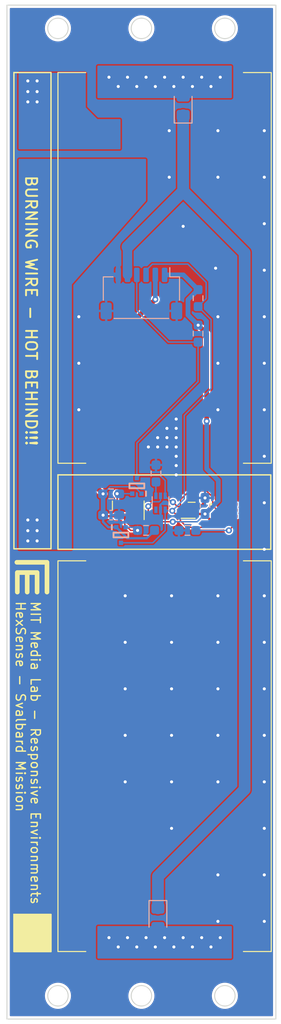
<source format=kicad_pcb>
(kicad_pcb (version 20221018) (generator pcbnew)
  (layers (0 "F.Cu" signal) (31 "B.Cu" signal) (34 "B.Paste" user) (35 "F.Paste" user) (36 "B.SilkS" user "B.Silkscreen") (37 "F.SilkS" user "F.Silkscreen") (38 "B.Mask" user) (39 "F.Mask" user) (44 "Edge.Cuts" user))
  (net 0 "")
  (net 1 "+3V3")
  (net 2 "GND")
  (net 3 "/SDA_1.8")
  (net 4 "/SCL_1.8")
  (net 5 "Net-(U2-ADD0)")
  (net 6 "+1V8")
  (net 7 "/SC")
  (net 8 "/SDA")
  (net 9 "/SCL")
  (net 14 "Net-(D1-A)")
  (net 15 "Net-(D2-A)")
  (net 16 "Net-(IC1-ADDR)")
  (net 18 "/BW+")
  (net 19 "/BW-")
  (footprint "Mylib:1_pin_SMD_1.5mmx1.0mm" (layer "F.Cu") (at 139.97 48.493022)
    (fp_text reference "J1" hide)
    (fp_text value "1_PIN")
    (pad "1" smd rect (at 0 2) (size 2 3) (layers "F.Cu" "F.Paste" "F.Mask") (net 18 "/BW+"))
  )
  (footprint "Mylib:1_pin_SMD_1.5mmx1.0mm" (layer "F.Cu") (at 139.97 95.718022)
    (fp_text reference "J2" hide)
    (fp_text value "1_PIN")
    (pad "1" smd rect (at 0 2) (size 2 3) (layers "F.Cu" "F.Paste" "F.Mask") (net 19 "/BW-"))
  )
  (footprint "Mylib:KXOB201K04F-TR" (layer "F.Cu") (at 154.22 131.958022 180)
    (fp_text reference "SC2" hide)
    (fp_text value "Solar_Cell")
    (fp_line (start -11.5 -11) (end -11.5 31) (stroke (width 0.12)) (layer "F.SilkS"))
    (fp_line (start -11.5 -11) (end -8.5 -11) (stroke (width 0.12)) (layer "F.SilkS"))
    (fp_line (start -11.5 31) (end -8.5 31) (stroke (width 0.12)) (layer "F.SilkS"))
    (fp_line (start 8.5 -11) (end 11.5 -11) (stroke (width 0.12)) (layer "F.SilkS"))
    (fp_line (start 11.5 -11) (end 11.5 31) (stroke (width 0.12)) (layer "F.SilkS"))
    (fp_line (start 11.5 31) (end 8.5 31) (stroke (width 0.12)) (layer "F.SilkS"))
    (pad "1" smd rect (at 0 -10 180) (size 14 3) (layers "F.Cu" "F.Paste" "F.Mask") (net 15 "Net-(D2-A)"))
    (pad "2" smd rect (at 0 30 180) (size 14 3) (layers "F.Cu" "F.Paste" "F.Mask") (net 2 "GND"))
  )
  (footprint "Package_LGA:AMS_OLGA-8_2x3.1mm_P0.8mm" (layer "F.Cu") (at 150.3025 95.523022 90)
    (fp_text reference "U1" hide)
    (fp_text value "AS7341DLG")
    (fp_line (start -1 1.71) (end 1 1.71) (stroke (width 0.12)) (layer "F.SilkS"))
    (fp_line (start 0 -1.71) (end 1 -1.71) (stroke (width 0.12)) (layer "F.SilkS"))
    (pad "1" smd roundrect (at -0.638 -1.2 90) (size 0.575 0.488) (layers "F.Cu" "F.Paste" "F.Mask") (roundrect_rratio 0) (chamfer_ratio 0.3625) (chamfer bottom_right) (net 6 "+1V8"))
    (pad "2" smd rect (at -0.638 -0.4 90) (size 0.575 0.488) (layers "F.Cu" "F.Paste" "F.Mask") (net 4 "/SCL_1.8"))
    (pad "3" smd rect (at -0.638 0.4 90) (size 0.575 0.488) (layers "F.Cu" "F.Paste" "F.Mask") (net 2 "GND"))
    (pad "4" smd rect (at -0.638 1.2 90) (size 0.575 0.488) (layers "F.Cu" "F.Paste" "F.Mask"))
    (pad "5" smd rect (at 0.638 1.2 90) (size 0.575 0.488) (layers "F.Cu" "F.Paste" "F.Mask") (net 2 "GND"))
    (pad "6" smd rect (at 0.638 0.4 90) (size 0.575 0.488) (layers "F.Cu" "F.Paste" "F.Mask"))
    (pad "7" smd rect (at 0.638 -0.4 90) (size 0.575 0.488) (layers "F.Cu" "F.Paste" "F.Mask"))
    (pad "8" smd rect (at 0.638 -1.2 90) (size 0.575 0.488) (layers "F.Cu" "F.Paste" "F.Mask") (net 3 "/SDA_1.8"))
  )
  (footprint "Mylib:KXOB201K04F-TR" (layer "F.Cu") (at 154.22 59.468022)
    (fp_text reference "SC1" hide)
    (fp_text value "Solar_Cell")
    (fp_line (start -11.5 -11) (end -11.5 31) (stroke (width 0.12)) (layer "F.SilkS"))
    (fp_line (start -11.5 -11) (end -8.5 -11) (stroke (width 0.12)) (layer "F.SilkS"))
    (fp_line (start -11.5 31) (end -8.5 31) (stroke (width 0.12)) (layer "F.SilkS"))
    (fp_line (start 8.5 -11) (end 11.5 -11) (stroke (width 0.12)) (layer "F.SilkS"))
    (fp_line (start 11.5 -11) (end 11.5 31) (stroke (width 0.12)) (layer "F.SilkS"))
    (fp_line (start 11.5 31) (end 8.5 31) (stroke (width 0.12)) (layer "F.SilkS"))
    (pad "1" smd rect (at 0 -10) (size 14 3) (layers "F.Cu" "F.Paste" "F.Mask") (net 14 "Net-(D1-A)"))
    (pad "2" smd rect (at 0 30) (size 14 3) (layers "F.Cu" "F.Paste" "F.Mask") (net 2 "GND"))
  )
  (footprint "Sensor_Humidity:Sensirion_DFN-4_1.5x1.5mm_P0.8mm_SHT4x_NoCentralPad" (layer "F.Cu") (at 156.76 95.523022)
    (fp_text reference "U3" hide)
    (fp_text value "SHT4x")
    (fp_line (start -0.75 0.86) (end 0.75 0.86) (stroke (width 0.12)) (layer "F.SilkS"))
    (fp_line (start 0 -0.86) (end 0.75 -0.86) (stroke (width 0.12)) (layer "F.SilkS"))
    (pad "1" smd rect (at -0.7 -0.4) (size 0.5 0.3) (layers "F.Cu" "F.Paste" "F.Mask") (net 8 "/SDA"))
    (pad "2" smd rect (at -0.7 0.4) (size 0.5 0.3) (layers "F.Cu" "F.Paste" "F.Mask") (net 9 "/SCL"))
    (pad "3" smd rect (at 0.7 0.4) (size 0.5 0.3) (layers "F.Cu" "F.Paste" "F.Mask") (net 1 "+3V3"))
    (pad "4" smd rect (at 0.7 -0.4) (size 0.5 0.3) (layers "F.Cu" "F.Paste" "F.Mask") (net 2 "GND"))
    (zone (net 0) (net_name "") (layer "F.Cu") (connect_pads (clearance 0)) (min_thickness 0.254)
      (keepout (tracks not_allowed) (vias not_allowed) (pads allowed) (copperpour not_allowed) (footprints allowed))
      (fill (thermal_gap 0.508) (thermal_bridge_width 0.508))
      (polygon (pts (xy 157.51 94.973022) (xy 157.21 94.973022) (xy 157.21 95.273022) (xy 157.51 95.273022) (xy 157.51 95.773022) (xy 157.21 95.773022) (xy 157.21 96.073022) (xy 157.51 96.073022) (xy 157.51 96.273022) (xy 156.01 96.273022) (xy 156.01 96.073022) (xy 156.31 96.073022) (xy 156.31 95.773022) (xy 156.01 95.773022) (xy 156.01 95.273022) (xy 156.31 95.273022) (xy 156.31 94.973022) (xy 156.01 94.973022) (xy 156.01 94.773022) (xy 157.51 94.773022)))
    )
  )
  (footprint "SamacSys_Parts:VEML6030GS15" (layer "F.Cu") (at 160.945 95.523022)
    (fp_text reference "IC1" hide)
    (fp_text value "VEML6030-GS15" hide)
    (fp_line (start -1.8 -0.65) (end -1.8 -0.65) (stroke (width 0.2)) (layer "F.SilkS"))
    (fp_line (start -1.8 -0.65) (end -1.8 -0.65) (stroke (width 0.2)) (layer "F.SilkS"))
    (fp_line (start -1.7 -0.65) (end -1.7 -0.65) (stroke (width 0.2)) (layer "F.SilkS"))
    (fp_arc (start -1.8 -0.65) (mid -1.75 -0.7) (end -1.7 -0.65) (stroke (width 0.2)) (layer "F.SilkS"))
    (fp_arc (start -1.7 -0.65) (mid -1.75 -0.6) (end -1.8 -0.65) (stroke (width 0.2)) (layer "F.SilkS"))
    (fp_arc (start -1.7 -0.65) (mid -1.75 -0.6) (end -1.8 -0.65) (stroke (width 0.2)) (layer "F.SilkS"))
    (pad "1" smd rect (at -0.875 -0.65 90) (size 0.3 0.55) (layers "F.Cu" "F.Paste" "F.Mask") (net 2 "GND"))
    (pad "2" smd rect (at -0.875 0 90) (size 0.3 0.55) (layers "F.Cu" "F.Paste" "F.Mask") (net 8 "/SDA"))
    (pad "3" smd rect (at -0.875 0.65 90) (size 0.3 0.55) (layers "F.Cu" "F.Paste" "F.Mask"))
    (pad "4" smd rect (at 0.875 0.65 90) (size 0.3 0.55) (layers "F.Cu" "F.Paste" "F.Mask") (net 16 "Net-(IC1-ADDR)"))
    (pad "5" smd rect (at 0.875 0 90) (size 0.3 0.55) (layers "F.Cu" "F.Paste" "F.Mask") (net 9 "/SCL"))
    (pad "6" smd rect (at 0.875 -0.65 90) (size 0.3 0.55) (layers "F.Cu" "F.Paste" "F.Mask") (net 1 "+3V3"))
  )
  (footprint "Resistor_SMD:R_0603_1608Metric_Pad0.98x0.95mm_HandSolder" (layer "B.Cu") (at 156.68 97.688022)
    (fp_text reference "R5" hide)
    (fp_text value "4.7k")
    (fp_line (start -0.254724 -0.5225) (end 0.254724 -0.5225) (stroke (width 0.12)) (layer "B.SilkS"))
    (fp_line (start -0.254724 0.5225) (end 0.254724 0.5225) (stroke (width 0.12)) (layer "B.SilkS"))
    (pad "1" smd roundrect (at -0.9125 0) (size 0.975 0.95) (layers "B.Cu" "B.Paste" "B.Mask") (net 2 "GND"))
    (pad "2" smd roundrect (at 0.9125 0) (size 0.975 0.95) (layers "B.Cu" "B.Paste" "B.Mask") (net 16 "Net-(IC1-ADDR)"))
  )
  (footprint "Resistor_SMD:R_0603_1608Metric_Pad0.98x0.95mm_HandSolder" (layer "B.Cu") (at 148.45 93.758022 180)
    (fp_text reference "R11" hide)
    (fp_text value "4.7k")
    (fp_line (start -0.254724 -0.5225) (end 0.254724 -0.5225) (stroke (width 0.12)) (layer "B.SilkS"))
    (fp_line (start -0.254724 0.5225) (end 0.254724 0.5225) (stroke (width 0.12)) (layer "B.SilkS"))
    (pad "1" smd roundrect (at -0.9125 0 180) (size 0.975 0.95) (layers "B.Cu" "B.Paste" "B.Mask") (net 3 "/SDA_1.8"))
    (pad "2" smd roundrect (at 0.9125 0 180) (size 0.975 0.95) (layers "B.Cu" "B.Paste" "B.Mask") (net 6 "+1V8"))
  )
  (footprint "Resistor_SMD:R_0603_1608Metric_Pad0.98x0.95mm_HandSolder" (layer "B.Cu") (at 157.83 72.718022 90)
    (fp_text reference "R2" hide)
    (fp_text value "4.7k")
    (fp_line (start -0.254724 -0.5225) (end 0.254724 -0.5225) (stroke (width 0.12)) (layer "B.SilkS"))
    (fp_line (start -0.254724 0.5225) (end 0.254724 0.5225) (stroke (width 0.12)) (layer "B.SilkS"))
    (pad "1" smd roundrect (at -0.9125 0 90) (size 0.975 0.95) (layers "B.Cu" "B.Paste" "B.Mask") (net 9 "/SCL"))
    (pad "2" smd roundrect (at 0.9125 0 90) (size 0.975 0.95) (layers "B.Cu" "B.Paste" "B.Mask") (net 1 "+3V3"))
  )
  (footprint "SamacSys_Parts:SOTFL50P160X60-3N" (layer "B.Cu") (at 149.51 98.183022 -90)
    (fp_text reference "Q2" hide)
    (fp_text value "PJE8408_R1_00001" hide)
    (fp_line (start -1.075 0.98) (end -0.6 0.98) (stroke (width 0.2)) (layer "B.SilkS"))
    (fp_line (start -0.25 -0.8) (end -0.25 0.8) (stroke (width 0.2)) (layer "B.SilkS"))
    (fp_line (start -0.25 0.8) (end 0.25 0.8) (stroke (width 0.2)) (layer "B.SilkS"))
    (fp_line (start 0.25 -0.8) (end -0.25 -0.8) (stroke (width 0.2)) (layer "B.SilkS"))
    (fp_line (start 0.25 0.8) (end 0.25 -0.8) (stroke (width 0.2)) (layer "B.SilkS"))
    (pad "1" smd rect (at -0.838 0.5 180) (size 0.46 0.475) (layers "B.Cu" "B.Paste" "B.Mask") (net 6 "+1V8"))
    (pad "2" smd rect (at -0.838 -0.5 180) (size 0.46 0.475) (layers "B.Cu" "B.Paste" "B.Mask") (net 4 "/SCL_1.8"))
    (pad "3" smd rect (at 0.838 0 180) (size 0.46 0.475) (layers "B.Cu" "B.Paste" "B.Mask") (net 9 "/SCL"))
  )
  (footprint "Resistor_SMD:R_0603_1608Metric_Pad0.98x0.95mm_HandSolder" (layer "B.Cu") (at 153.29 91.568022 90)
    (fp_text reference "R4" hide)
    (fp_text value "4.7k")
    (fp_line (start -0.254724 -0.5225) (end 0.254724 -0.5225) (stroke (width 0.12)) (layer "B.SilkS"))
    (fp_line (start -0.254724 0.5225) (end 0.254724 0.5225) (stroke (width 0.12)) (layer "B.SilkS"))
    (pad "1" smd roundrect (at -0.9125 0 90) (size 0.975 0.95) (layers "B.Cu" "B.Paste" "B.Mask") (net 5 "Net-(U2-ADD0)"))
    (pad "2" smd roundrect (at 0.9125 0 90) (size 0.975 0.95) (layers "B.Cu" "B.Paste" "B.Mask") (net 2 "GND"))
  )
  (footprint "Capacitor_SMD:C_0603_1608Metric_Pad1.08x0.95mm_HandSolder" (layer "B.Cu") (at 148.45 96.048022)
    (fp_text reference "C2" hide)
    (fp_text value "0.1uF")
    (fp_line (start -0.146267 -0.51) (end 0.146267 -0.51) (stroke (width 0.12)) (layer "B.SilkS"))
    (fp_line (start -0.146267 0.51) (end 0.146267 0.51) (stroke (width 0.12)) (layer "B.SilkS"))
    (pad "1" smd roundrect (at -0.8625 0) (size 1.075 0.95) (layers "B.Cu" "B.Paste" "B.Mask") (net 6 "+1V8"))
    (pad "2" smd roundrect (at 0.8625 0) (size 1.075 0.95) (layers "B.Cu" "B.Paste" "B.Mask") (net 2 "GND"))
  )
  (footprint "Resistor_SMD:R_0603_1608Metric_Pad0.98x0.95mm_HandSolder" (layer "B.Cu") (at 157.83 76.528022 90)
    (fp_text reference "R3" hide)
    (fp_text value "4.7k")
    (fp_line (start -0.254724 -0.5225) (end 0.254724 -0.5225) (stroke (width 0.12)) (layer "B.SilkS"))
    (fp_line (start -0.254724 0.5225) (end 0.254724 0.5225) (stroke (width 0.12)) (layer "B.SilkS"))
    (pad "1" smd roundrect (at -0.9125 0 90) (size 0.975 0.95) (layers "B.Cu" "B.Paste" "B.Mask") (net 8 "/SDA"))
    (pad "2" smd roundrect (at 0.9125 0 90) (size 0.975 0.95) (layers "B.Cu" "B.Paste" "B.Mask") (net 1 "+3V3"))
  )
  (footprint "Diode_SMD:D_0805_2012Metric_Pad1.15x1.40mm_HandSolder" (layer "B.Cu") (at 156.22 52.035522 90)
    (fp_text reference "D1" hide)
    (fp_text value "D_Schottky")
    (fp_line (start -1.86 -0.96) (end 1 -0.96) (stroke (width 0.12)) (layer "B.SilkS"))
    (fp_line (start -1.86 0.96) (end -1.86 -0.96) (stroke (width 0.12)) (layer "B.SilkS"))
    (fp_line (start 1 0.96) (end -1.86 0.96) (stroke (width 0.12)) (layer "B.SilkS"))
    (pad "1" smd roundrect (at -1.025 0 90) (size 1.15 1.4) (layers "B.Cu" "B.Paste" "B.Mask") (roundrect_rratio 0.2173913043) (net 7 "/SC"))
    (pad "2" smd roundrect (at 1.025 0 90) (size 1.15 1.4) (layers "B.Cu" "B.Paste" "B.Mask") (roundrect_rratio 0.2173913043) (net 14 "Net-(D1-A)"))
  )
  (footprint "Package_TO_SOT_SMD:SOT-563" (layer "B.Cu") (at 153.78 94.718022 90)
    (fp_text reference "U2" hide)
    (fp_text value "TMP112xxDRL")
    (fp_line (start -0.9 0.9) (end 0.65 0.9) (stroke (width 0.12)) (layer "B.SilkS"))
    (fp_line (start 0.65 -0.9) (end -0.65 -0.9) (stroke (width 0.12)) (layer "B.SilkS"))
    (pad "1" smd rect (at -0.75 0.5 90) (size 0.7 0.34) (layers "B.Cu" "B.Paste" "B.Mask") (net 9 "/SCL"))
    (pad "2" smd rect (at -0.75 0 90) (size 0.7 0.34) (layers "B.Cu" "B.Paste" "B.Mask") (net 2 "GND"))
    (pad "3" smd rect (at -0.75 -0.5 90) (size 0.7 0.34) (layers "B.Cu" "B.Paste" "B.Mask"))
    (pad "4" smd rect (at 0.75 -0.5 90) (size 0.7 0.34) (layers "B.Cu" "B.Paste" "B.Mask") (net 5 "Net-(U2-ADD0)"))
    (pad "5" smd rect (at 0.75 0 90) (size 0.7 0.34) (layers "B.Cu" "B.Paste" "B.Mask") (net 1 "+3V3"))
    (pad "6" smd rect (at 0.75 0.5 90) (size 0.7 0.34) (layers "B.Cu" "B.Paste" "B.Mask") (net 8 "/SDA"))
  )
  (footprint "SamacSys_Parts:SOTFL50P160X60-3N" (layer "B.Cu") (at 151.23 92.900022 90)
    (fp_text reference "Q1" hide)
    (fp_text value "PJE8408_R1_00001" hide)
    (fp_line (start -1.075 0.98) (end -0.6 0.98) (stroke (width 0.2)) (layer "B.SilkS"))
    (fp_line (start -0.25 -0.8) (end -0.25 0.8) (stroke (width 0.2)) (layer "B.SilkS"))
    (fp_line (start -0.25 0.8) (end 0.25 0.8) (stroke (width 0.2)) (layer "B.SilkS"))
    (fp_line (start 0.25 -0.8) (end -0.25 -0.8) (stroke (width 0.2)) (layer "B.SilkS"))
    (fp_line (start 0.25 0.8) (end 0.25 -0.8) (stroke (width 0.2)) (layer "B.SilkS"))
    (pad "1" smd rect (at -0.838 0.5) (size 0.46 0.475) (layers "B.Cu" "B.Paste" "B.Mask") (net 6 "+1V8"))
    (pad "2" smd rect (at -0.838 -0.5) (size 0.46 0.475) (layers "B.Cu" "B.Paste" "B.Mask") (net 3 "/SDA_1.8"))
    (pad "3" smd rect (at 0.838 0) (size 0.46 0.475) (layers "B.Cu" "B.Paste" "B.Mask") (net 8 "/SDA"))
  )
  (footprint "Connector_JST:JST_SH_SM06B-SRSS-TB_1x06-1MP_P1.00mm_Horizontal" (layer "B.Cu") (at 151.72 72.218022 180)
    (fp_text reference "J4" hide)
    (fp_text value "SM06B-SRSS-TB(LF)(SN)")
    (fp_line (start -4.11 -0.715) (end -4.11 1.785) (stroke (width 0.12)) (layer "B.SilkS"))
    (fp_line (start -4.11 1.785) (end -3.06 1.785) (stroke (width 0.12)) (layer "B.SilkS"))
    (fp_line (start -3.06 1.785) (end -3.06 2.775) (stroke (width 0.12)) (layer "B.SilkS"))
    (fp_line (start -2.94 -2.685) (end 2.94 -2.685) (stroke (width 0.12)) (layer "B.SilkS"))
    (fp_line (start 4.11 -0.715) (end 4.11 1.785) (stroke (width 0.12)) (layer "B.SilkS"))
    (fp_line (start 4.11 1.785) (end 3.06 1.785) (stroke (width 0.12)) (layer "B.SilkS"))
    (pad "1" smd roundrect (at -2.5 2 180) (size 0.6 1.55) (layers "B.Cu" "B.Paste" "B.Mask") (net 1 "+3V3"))
    (pad "2" smd roundrect (at -1.5 2 180) (size 0.6 1.55) (layers "B.Cu" "B.Paste" "B.Mask") (net 6 "+1V8"))
    (pad "3" smd roundrect (at -0.5 2 180) (size 0.6 1.55) (layers "B.Cu" "B.Paste" "B.Mask") (net 9 "/SCL"))
    (pad "4" smd roundrect (at 0.5 2 180) (size 0.6 1.55) (layers "B.Cu" "B.Paste" "B.Mask") (net 8 "/SDA"))
    (pad "5" smd roundrect (at 1.5 2 180) (size 0.6 1.55) (layers "B.Cu" "B.Paste" "B.Mask") (net 7 "/SC"))
    (pad "6" smd roundrect (at 2.5 2 180) (size 0.6 1.55) (layers "B.Cu" "B.Paste" "B.Mask") (net 2 "GND"))
    (pad "MP" smd roundrect (at -3.8 -1.875 180) (size 1.2 1.8) (layers "B.Cu" "B.Paste" "B.Mask") (roundrect_rratio 0.2083333333) (net 2 "GND"))
    (pad "MP" smd roundrect (at 3.8 -1.875 180) (size 1.2 1.8) (layers "B.Cu" "B.Paste" "B.Mask") (roundrect_rratio 0.2083333333) (net 2 "GND"))
  )
  (footprint "Capacitor_SMD:C_0603_1608Metric_Pad1.08x0.95mm_HandSolder" (layer "B.Cu") (at 158.58 95.058022 90)
    (fp_text reference "C1" hide)
    (fp_text value "0.1uF")
    (fp_line (start -0.146267 -0.51) (end 0.146267 -0.51) (stroke (width 0.12)) (layer "B.SilkS"))
    (fp_line (start -0.146267 0.51) (end 0.146267 0.51) (stroke (width 0.12)) (layer "B.SilkS"))
    (pad "1" smd roundrect (at -0.8625 0 90) (size 1.075 0.95) (layers "B.Cu" "B.Paste" "B.Mask") (net 1 "+3V3"))
    (pad "2" smd roundrect (at 0.8625 0 90) (size 1.075 0.95) (layers "B.Cu" "B.Paste" "B.Mask") (net 2 "GND"))
  )
  (footprint "Diode_SMD:D_0805_2012Metric_Pad1.15x1.40mm_HandSolder" (layer "B.Cu") (at 153.5 139.338022 -90)
    (fp_text reference "D2" hide)
    (fp_text value "D_Schottky")
    (fp_line (start -1.86 -0.96) (end 1 -0.96) (stroke (width 0.12)) (layer "B.SilkS"))
    (fp_line (start -1.86 0.96) (end -1.86 -0.96) (stroke (width 0.12)) (layer "B.SilkS"))
    (fp_line (start 1 0.96) (end -1.86 0.96) (stroke (width 0.12)) (layer "B.SilkS"))
    (pad "1" smd roundrect (at -1.025 0 270) (size 1.15 1.4) (layers "B.Cu" "B.Paste" "B.Mask") (roundrect_rratio 0.2173913043) (net 7 "/SC"))
    (pad "2" smd roundrect (at 1.025 0 270) (size 1.15 1.4) (layers "B.Cu" "B.Paste" "B.Mask") (roundrect_rratio 0.2173913043) (net 15 "Net-(D2-A)"))
  )
  (footprint "Resistor_SMD:R_0603_1608Metric_Pad0.98x0.95mm_HandSolder" (layer "B.Cu") (at 152.22 97.688022)
    (fp_text reference "R1" hide)
    (fp_text value "4.7k")
    (fp_line (start -0.254724 -0.5225) (end 0.254724 -0.5225) (stroke (width 0.12)) (layer "B.SilkS"))
    (fp_line (start -0.254724 0.5225) (end 0.254724 0.5225) (stroke (width 0.12)) (layer "B.SilkS"))
    (pad "1" smd roundrect (at -0.9125 0) (size 0.975 0.95) (layers "B.Cu" "B.Paste" "B.Mask") (net 4 "/SCL_1.8"))
    (pad "2" smd roundrect (at 0.9125 0) (size 0.975 0.95) (layers "B.Cu" "B.Paste" "B.Mask") (net 6 "+1V8"))
  )
  (gr_line (start 139.403334 102.218022) (end 139.403334 104.318022) (stroke (width 0.5)) (layer "F.SilkS"))
  (gr_line (start 141.536668 101.118022) (end 141.536668 104.318022) (stroke (width 0.5)) (layer "F.SilkS"))
  (gr_line (start 138.336668 102.218022) (end 140.47 102.218022) (stroke (width 0.5)) (layer "F.SilkS"))
  (gr_line (start 138.336668 102.218022) (end 138.336668 104.318022) (stroke (width 0.5)) (layer "F.SilkS"))
  (gr_line (start 141.536668 101.118022) (end 138.29 101.118022) (stroke (width 0.5)) (layer "F.SilkS"))
  (gr_rect (start 137.97 48.468022) (end 141.97 99.668022) (stroke (width 0.15)) (fill none) (layer "F.SilkS"))
  (gr_rect (start 137.97 138.968022) (end 141.97 142.968022) (stroke (width 0.15)) (fill solid) (layer "F.SilkS"))
  (gr_line (start 140.47 102.218022) (end 140.47 104.318022) (stroke (width 0.5)) (layer "F.SilkS"))
  (gr_rect (start 142.72 91.718022) (end 165.67 99.718022) (stroke (width 0.15)) (fill none) (layer "F.SilkS"))
  (gr_line (start 166.22 150.218022) (end 137.22 150.218022) (stroke (width 0.1)) (layer "Edge.Cuts"))
  (gr_line (start 166.22 41.218022) (end 137.22 41.218022) (stroke (width 0.1)) (layer "Edge.Cuts"))
  (gr_circle (center 151.72 147.718022) (end 152.82 147.718022) (stroke (width 0.1)) (fill none) (layer "Edge.Cuts"))
  (gr_line (start 166.22 41.218022) (end 166.22 150.218022) (stroke (width 0.1)) (layer "Edge.Cuts"))
  (gr_circle (center 160.72 147.718022) (end 161.82 147.718022) (stroke (width 0.1)) (fill none) (layer "Edge.Cuts"))
  (gr_circle (center 142.72 147.718022) (end 143.82 147.718022) (stroke (width 0.1)) (fill none) (layer "Edge.Cuts"))
  (gr_circle (center 142.72 43.718022) (end 143.82 43.718022) (stroke (width 0.1)) (fill none) (layer "Edge.Cuts"))
  (gr_circle (center 160.72 43.718022) (end 161.82 43.718022) (stroke (width 0.1)) (fill none) (layer "Edge.Cuts"))
  (gr_line (start 137.22 41.218022) (end 137.22 150.218022) (stroke (width 0.1)) (layer "Edge.Cuts"))
  (gr_circle (center 151.72 43.718022) (end 152.82 43.718022) (stroke (width 0.1)) (fill none) (layer "Edge.Cuts"))
  (gr_text "MIT Media Lab - Responsive Environments\nHexSense - Svalbard Mission" (at 138.086668 105.218022 270) (layer "F.SilkS") (effects (font (size 1 1)) (justify left bottom)))
  (gr_text "BURNING WIRE - HOT BEHIND!!!" (at 139.12 59.423734 270) (layer "F.SilkS") (effects (font (size 1.2 1.2) (thickness 0.2) bold) (justify left bottom)))
  (segment (start 159.46 96.878022) (end 160.4 96.878022) (width 0.254) (layer "F.Cu") (net 1))
  (segment (start 152.46 95.098022) (end 152.46 96.018022) (width 0.1524) (layer "F.Cu") (net 1))
  (segment (start 160.8344 95.329622) (end 161.291 94.873022) (width 0.254) (layer "F.Cu") (net 1))
  (segment (start 160.4 96.878022) (end 160.8344 96.443622) (width 0.254) (layer "F.Cu") (net 1))
  (segment (start 161.291 94.873022) (end 161.82 94.873022) (width 0.254) (layer "F.Cu") (net 1))
  (segment (start 158.58 95.920522) (end 158.58 95.998022) (width 0.254) (layer "F.Cu") (net 1))
  (segment (start 153.2 96.758022) (end 152.46 96.018022) (width 0.1524) (layer "F.Cu") (net 1))
  (segment (start 158.5775 95.923022) (end 158.58 95.920522) (width 0.254) (layer "F.Cu") (net 1))
  (segment (start 160.8344 96.443622) (end 160.8344 95.329622) (width 0.254) (layer "F.Cu") (net 1))
  (segment (start 155.1 96.758022) (end 153.2 96.758022) (width 0.1524) (layer "F.Cu") (net 1))
  (segment (start 158.76 76.548022) (end 158.76 85.948022) (width 0.508) (layer "F.Cu") (net 1))
  (segment (start 158.58 95.998022) (end 159.46 96.878022) (width 0.254) (layer "F.Cu") (net 1))
  (segment (start 157.46 95.923022) (end 158.5775 95.923022) (width 0.254) (layer "F.Cu") (net 1))
  (segment (start 157.84 75.628022) (end 158.76 76.548022) (width 0.508) (layer "F.Cu") (net 1))
  (via (at 155.1 96.758022) (size 0.6604) (drill 0.3302) (layers "F.Cu" "B.Cu") (net 1))
  (via (at 157.84 75.628022) (size 0.6604) (drill 0.3302) (layers "F.Cu" "B.Cu") (net 1))
  (via (at 158.58 95.920522) (size 0.6604) (drill 0.3302) (layers "F.Cu" "B.Cu") (net 1))
  (via (at 152.46 95.098022) (size 0.6604) (drill 0.3302) (layers "F.Cu" "B.Cu") (net 1))
  (via (at 158.76 85.948022) (size 0.6604) (drill 0.3302) (layers "F.Cu" "B.Cu") (net 1))
  (segment (start 156.74 74.525522) (end 157.83 75.615522) (width 0.508) (layer "B.Cu") (net 1))
  (segment (start 157.83 71.805522) (end 156.74 72.895522) (width 0.508) (layer "B.Cu") (net 1))
  (segment (start 153.78 93.968022) (end 153.78 94.470422) (width 0.1524) (layer "B.Cu") (net 1))
  (segment (start 158.76 85.948022) (end 158.76 91.068022) (width 0.508) (layer "B.Cu") (net 1))
  (segment (start 153.78 94.470422) (end 153.6424 94.608022) (width 0.1524) (layer "B.Cu") (net 1))
  (segment (start 160.01 94.490522) (end 158.58 95.920522) (width 0.508) (layer "B.Cu") (net 1))
  (segment (start 155.1 96.758022) (end 157.7425 96.758022) (width 0.1524) (layer "B.Cu") (net 1))
  (segment (start 153.6424 94.608022) (end 152.94 94.608022) (width 0.1524) (layer "B.Cu") (net 1))
  (segment (start 156.2425 70.218022) (end 157.83 71.805522) (width 0.508) (layer "B.Cu") (net 1))
  (segment (start 160.01 92.318022) (end 160.01 94.490522) (width 0.508) (layer "B.Cu") (net 1))
  (segment (start 158.76 91.068022) (end 160.01 92.318022) (width 0.508) (layer "B.Cu") (net 1))
  (segment (start 157.7425 96.758022) (end 158.58 95.920522) (width 0.1524) (layer "B.Cu") (net 1))
  (segment (start 154.22 70.218022) (end 156.2425 70.218022) (width 0.508) (layer "B.Cu") (net 1))
  (segment (start 152.46 95.088022) (end 152.46 95.098022) (width 0.1524) (layer "B.Cu") (net 1))
  (segment (start 152.94 94.608022) (end 152.46 95.088022) (width 0.1524) (layer "B.Cu") (net 1))
  (segment (start 156.74 72.895522) (end 156.74 74.525522) (width 0.508) (layer "B.Cu") (net 1))
  (segment (start 158.58 94.62) (end 158.58 94.198022) (width 0.254) (layer "F.Cu") (net 2))
  (segment (start 158.076978 95.123022) (end 158.58 94.62) (width 0.254) (layer "F.Cu") (net 2))
  (segment (start 157.46 95.123022) (end 158.076978 95.123022) (width 0.254) (layer "F.Cu") (net 2))
  (via (at 159.97 124.718022) (size 0.6604) (drill 0.3302) (layers "F.Cu" "B.Cu") (net 2))
  (via (at 144.97 74.718022) (size 0.6604) (drill 0.3302) (layers "F.Cu" "B.Cu") (net 2))
  (via (at 164.97 64.718022) (size 0.6604) (drill 0.3302) (layers "F.Cu" "B.Cu") (net 2))
  (via (at 155.47 91.718022) (size 0.6604) (drill 0.3302) (layers "F.Cu" "B.Cu") (net 2))
  (via (at 164.97 89.718022) (size 0.6604) (drill 0.3302) (layers "F.Cu" "B.Cu") (net 2))
  (via (at 154.47 88.718022) (size 0.6604) (drill 0.3302) (layers "F.Cu" "B.Cu") (net 2))
  (via (at 164.97 74.718022) (size 0.6604) (drill 0.3302) (layers "F.Cu" "B.Cu") (net 2))
  (via (at 164.97 99.718022) (size 0.6604) (drill 0.3302) (layers "F.Cu" "B.Cu") (net 2))
  (via (at 159.97 109.718022) (size 0.6604) (drill 0.3302) (layers "F.Cu" "B.Cu") (net 2))
  (via (at 164.97 139.718022) (size 0.6604) (drill 0.3302) (layers "F.Cu" "B.Cu") (net 2))
  (via (at 159.97 119.718022) (size 0.6604) (drill 0.3302) (layers "F.Cu" "B.Cu") (net 2))
  (via (at 155.47 88.718022) (size 0.6604) (drill 0.3302) (layers "F.Cu" "B.Cu") (net 2))
  (via (at 155.47 85.718022) (size 0.6604) (drill 0.3302) (layers "F.Cu" "B.Cu") (net 2))
  (via (at 164.97 104.718022) (size 0.6604) (drill 0.3302) (layers "F.Cu" "B.Cu") (net 2))
  (via (at 154.47 87.718022) (size 0.6604) (drill 0.3302) (layers "F.Cu" "B.Cu") (net 2))
  (via (at 164.97 84.718022) (size 0.6604) (drill 0.3302) (layers "F.Cu" "B.Cu") (net 2))
  (via (at 155.47 87.718022) (size 0.6604) (drill 0.3302) (layers "F.Cu" "B.Cu") (net 2))
  (via (at 154.47 86.718022) (size 0.6604) (drill 0.3302) (layers "F.Cu" "B.Cu") (net 2))
  (via (at 159.97 139.718022) (size 0.6604) (drill 0.3302) (layers "F.Cu" "B.Cu") (net 2))
  (via (at 154.72 59.718022) (size 0.6604) (drill 0.3302) (layers "F.Cu" "B.Cu") (net 2))
  (via (at 164.97 79.718022) (size 0.6604) (drill 0.3302) (layers "F.Cu" "B.Cu") (net 2))
  (via (at 164.97 69.718022) (size 0.6604) (drill 0.3302) (layers "F.Cu" "B.Cu") (net 2))
  (via (at 153.47 87.718022) (size 0.6604) (drill 0.3302) (layers "F.Cu" "B.Cu") (net 2))
  (via (at 154.97 114.718022) (size 0.6604) (drill 0.3302) (layers "F.Cu" "B.Cu") (net 2))
  (via (at 159.97 54.718022) (size 0.6604) (drill 0.3302) (layers "F.Cu" "B.Cu") (net 2))
  (via (at 164.97 59.718022) (size 0.6604) (drill 0.3302) (layers "F.Cu" "B.Cu") (net 2))
  (via (at 164.97 94.718022) (size 0.6604) (drill 0.3302) (layers "F.Cu" "B.Cu") (net 2))
  (via (at 154.97 129.718022) (size 0.6604) (drill 0.3302) (layers "F.Cu" "B.Cu") (net 2))
  (via (at 144.97 79.718022) (size 0.6604) (drill 0.3302) (layers "F.Cu" "B.Cu") (net 2))
  (via (at 155.47 90.718022) (size 0.6604) (drill 0.3302) (layers "F.Cu" "B.Cu") (net 2))
  (via (at 155.47 89.718022) (size 0.6604) (drill 0.3302) (layers "F.Cu" "B.Cu") (net 2))
  (via (at 159.97 84.718022) (size 0.6604) (drill 0.3302) (layers "F.Cu" "B.Cu") (net 2))
  (via (at 149.97 119.718022) (size 0.6604) (drill 0.3302) (layers "F.Cu" "B.Cu") (net 2))
  (via (at 164.97 54.718022) (size 0.6604) (drill 0.3302) (layers "F.Cu" "B.Cu") (net 2))
  (via (at 152.47 88.718022) (size 0.6604) (drill 0.3302) (layers "F.Cu" "B.Cu") (net 2))
  (via (at 159.97 79.718022) (size 0.6604) (drill 0.3302) (layers "F.Cu" "B.Cu") (net 2))
  (via (at 164.97 124.718022) (size 0.6604) (drill 0.3302) (layers "F.Cu" "B.Cu") (net 2))
  (via (at 164.97 129.718022) (size 0.6604) (drill 0.3302) (layers "F.Cu" "B.Cu") (net 2))
  (via (at 159.97 134.718022) (size 0.6604) (drill 0.3302) (layers "F.Cu" "B.Cu") (net 2))
  (via (at 149.97 114.718022) (size 0.6604) (drill 0.3302) (layers "F.Cu" "B.Cu") (net 2))
  (via (at 164.97 114.718022) (size 0.6604) (drill 0.3302) (layers "F.Cu" "B.Cu") (net 2))
  (via (at 159.97 59.718022) (size 0.6604) (drill 0.3302) (layers "F.Cu" "B.Cu") (net 2))
  (via (at 158.58 94.198022) (size 0.6604) (drill 0.3302) (layers "F.Cu" "B.Cu") (net 2))
  (via (at 156.22 65) (size 0.6604) (drill 0.3302) (layers "F.Cu" "B.Cu") (net 2))
  (via (at 159.97 74.718022) (size 0.6604) (drill 0.3302) (layers "F.Cu" "B.Cu") (net 2))
  (via (at 154.72 54.718022) (size 0.6604) (drill 0.3302) (layers "F.Cu" "B.Cu") (net 2))
  (via (at 159.72 69.5) (size 0.6604) (drill 0.3302) (layers "F.Cu" "B.Cu") (net 2))
  (via (at 154.97 124.718022) (size 0.6604) (drill 0.3302) (layers "F.Cu" "B.Cu") (net 2))
  (via (at 149.97 109.718022) (size 0.6604) (drill 0.3302) (layers "F.Cu" "B.Cu") (net 2))
  (via (at 159.97 114.718022) (size 0.6604) (drill 0.3302) (layers "F.Cu" "B.Cu") (net 2))
  (via (at 159.97 104.718022) (size 0.6604) (drill 0.3302) (layers "F.Cu" "B.Cu") (net 2))
  (via (at 154.97 119.718022) (size 0.6604) (drill 0.3302) (layers "F.Cu" "B.Cu") (net 2))
  (via (at 154.97 109.718022) (size 0.6604) (drill 0.3302) (layers "F.Cu" "B.Cu") (net 2))
  (via (at 153.47 88.718022) (size 0.6604) (drill 0.3302) (layers "F.Cu" "B.Cu") (net 2))
  (via (at 164.97 109.718022) (size 0.6604) (drill 0.3302) (layers "F.Cu" "B.Cu") (net 2))
  (via (at 164.97 134.718022) (size 0.6604) (drill 0.3302) (layers "F.Cu" "B.Cu") (net 2))
  (via (at 164.97 119.718022) (size 0.6604) (drill 0.3302) (layers "F.Cu" "B.Cu") (net 2))
  (via (at 149.97 124.718022) (size 0.6604) (drill 0.3302) (layers "F.Cu" "B.Cu") (net 2))
  (via (at 155.47 86.718022) (size 0.6604) (drill 0.3302) (layers "F.Cu" "B.Cu") (net 2))
  (via (at 149.97 104.718022) (size 0.6604) (drill 0.3302) (layers "F.Cu" "B.Cu") (net 2))
  (via (at 154.97 104.718022) (size 0.6604) (drill 0.3302) (layers "F.Cu" "B.Cu") (net 2))
  (via (at 144.97 84.718022) (size 0.6604) (drill 0.3302) (layers "F.Cu" "B.Cu") (net 2))
  (segment (start 149.22 70.218022) (end 149.22 69.17) (width 0.508) (layer "B.Cu") (net 2))
  (segment (start 149.22 70.218022) (end 148.488022 70.218022) (width 0.508) (layer "B.Cu") (net 2))
  (segment (start 149.22 70.218022) (end 149.22 71.46) (width 0.508) (layer "B.Cu") (net 2))
  (segment (start 149.1025 94.885022) (end 149.1025 93.743022) (width 0.1524) (layer "F.Cu") (net 3))
  (segment (start 149.1025 93.743022) (end 149.1 93.740522) (width 0.1524) (layer "F.Cu") (net 3))
  (via (at 149.1 93.740522) (size 0.6604) (drill 0.3302) (layers "F.Cu" "B.Cu") (net 3))
  (segment (start 149.1025 93.738022) (end 149.1 93.740522) (width 0.1524) (layer "B.Cu") (net 3))
  (segment (start 150.73 93.738022) (end 149.1025 93.738022) (width 0.1524) (layer "B.Cu") (net 3))
  (segment (start 149.9025 96.161022) (end 149.9025 97.020522) (width 0.1524) (layer "F.Cu") (net 4))
  (segment (start 150.57 97.688022) (end 151.3075 97.688022) (width 0.1524) (layer "F.Cu") (net 4))
  (segment (start 149.9025 97.020522) (end 150.57 97.688022) (width 0.1524) (layer "F.Cu") (net 4))
  (via (at 151.3075 97.688022) (size 0.6604) (drill 0.3302) (layers "F.Cu" "B.Cu") (net 4))
  (segment (start 150.9645 97.345022) (end 151.3075 97.688022) (width 0.1524) (layer "B.Cu") (net 4))
  (segment (start 150.01 97.345022) (end 150.9645 97.345022) (width 0.1524) (layer "B.Cu") (net 4))
  (segment (start 153.28 92.500522) (end 153.2775 92.498022) (width 0.1524) (layer "B.Cu") (net 5))
  (segment (start 153.28 93.968022) (end 153.28 92.500522) (width 0.1524) (layer "B.Cu") (net 5))
  (segment (start 146.32 92.490522) (end 146.32 79.758022) (width 0.508) (layer "F.Cu") (net 6))
  (segment (start 147.7005 96.161022) (end 147.5875 96.048022) (width 0.254) (layer "F.Cu") (net 6))
  (segment (start 147.5875 93.758022) (end 146.32 92.490522) (width 0.508) (layer "F.Cu") (net 6))
  (segment (start 149.1025 96.161022) (end 147.7005 96.161022) (width 0.254) (layer "F.Cu") (net 6))
  (segment (start 146.32 79.758022) (end 153.22 72.858022) (width 0.508) (layer "F.Cu") (net 6))
  (via (at 147.5875 96.048022) (size 0.6604) (drill 0.3302) (layers "F.Cu" "B.Cu") (net 6))
  (via (at 147.5875 93.758022) (size 0.6604) (drill 0.3302) (layers "F.Cu" "B.Cu") (net 6))
  (via (at 153.22 72.858022) (size 0.6604) (drill 0.3302) (layers "F.Cu" "B.Cu") (net 6))
  (segment (start 147.5875 93.758022) (end 148.3475 92.998022) (width 0.1524) (layer "B.Cu") (net 6))
  (segment (start 153.22 70.218022) (end 153.22 72.858022) (width 0.508) (layer "B.Cu") (net 6))
  (segment (start 147.5875 96.048022) (end 147.5875 96.775522) (width 0.254) (layer "B.Cu") (net 6))
  (segment (start 149.01 97.345022) (end 150.193 98.528022) (width 0.254) (layer "B.Cu") (net 6))
  (segment (start 148.3475 92.998022) (end 150.99 92.998022) (width 0.1524) (layer "B.Cu") (net 6))
  (segment (start 150.193 98.528022) (end 152.2925 98.528022) (width 0.254) (layer "B.Cu") (net 6))
  (segment (start 152.2925 98.528022) (end 153.1325 97.688022) (width 0.254) (layer "B.Cu") (net 6))
  (segment (start 147.5875 96.775522) (end 148.157 97.345022) (width 0.254) (layer "B.Cu") (net 6))
  (segment (start 147.5875 96.048022) (end 147.5875 93.808022) (width 0.508) (layer "B.Cu") (net 6))
  (segment (start 147.5875 93.808022) (end 147.5375 93.758022) (width 0.508) (layer "B.Cu") (net 6))
  (segment (start 150.99 92.998022) (end 151.73 93.738022) (width 0.1524) (layer "B.Cu") (net 6))
  (segment (start 148.157 97.345022) (end 149.01 97.345022) (width 0.254) (layer "B.Cu") (net 6))
  (segment (start 156.22 61.218022) (end 162.85 67.848022) (width 1.27) (layer "B.Cu") (net 7))
  (segment (start 153.5 134.89) (end 153.5 138.313022) (width 1.27) (layer "B.Cu") (net 7))
  (segment (start 156.22 53.060522) (end 156.22 61.218022) (width 1.27) (layer "B.Cu") (net 7))
  (segment (start 156.22 61.218022) (end 154.72 62.718022) (width 1.27) (layer "B.Cu") (net 7))
  (segment (start 150.22 70.218022) (end 150.22 67.218022) (width 1.016) (layer "B.Cu") (net 7))
  (segment (start 154.069011 63.369011) (end 154.72 62.718022) (width 1.27) (layer "B.Cu") (net 7))
  (segment (start 150.22 67.218022) (end 154.069011 63.369011) (width 1.27) (layer "B.Cu") (net 7))
  (segment (start 162.85 125.54) (end 153.5 134.89) (width 1.27) (layer "B.Cu") (net 7))
  (segment (start 162.85 67.848022) (end 162.85 125.54) (width 1.27) (layer "B.Cu") (net 7))
  (segment (start 156.88 93.438022) (end 158.74 93.438022) (width 0.1524) (layer "F.Cu") (net 8))
  (segment (start 156.06 95.123022) (end 155.595 95.123022) (width 0.1524) (layer "F.Cu") (net 8))
  (segment (start 155.9338 94.384222) (end 156.88 93.438022) (width 0.1524) (layer "F.Cu") (net 8))
  (segment (start 155.9338 95.004586) (end 155.9338 94.384222) (width 0.1524) (layer "F.Cu") (net 8))
  (segment (start 159.915 95.523022) (end 160.07 95.523022) (width 0.1524) (layer "F.Cu") (net 8))
  (segment (start 156.06 95.123022) (end 156.052236 95.123022) (width 0.1524) (layer "F.Cu") (net 8))
  (segment (start 158.74 93.438022) (end 159.41 94.108022) (width 0.1524) (layer "F.Cu") (net 8))
  (segment (start 159.41 95.018022) (end 159.915 95.523022) (width 0.1524) (layer "F.Cu") (net 8))
  (segment (start 159.41 94.108022) (end 159.41 95.018022) (width 0.1524) (layer "F.Cu") (net 8))
  (segment (start 156.052236 95.123022) (end 155.9338 95.004586) (width 0.1524) (layer "F.Cu") (net 8))
  (segment (start 155.595 95.123022) (end 155.12 94.648022) (width 0.1524) (layer "F.Cu") (net 8))
  (via (at 155.12 94.648022) (size 0.6604) (drill 0.3302) (layers "F.Cu" "B.Cu") (net 8))
  (segment (start 154.630522 77.440522) (end 157.83 77.440522) (width 0.1524) (layer "B.Cu") (net 8))
  (segment (start 157.83 81.688022) (end 151.23 88.288022) (width 0.1524) (layer "B.Cu") (net 8))
  (segment (start 157.83 77.440522) (end 157.83 81.688022) (width 0.1524) (layer "B.Cu") (net 8))
  (segment (start 151.22 70.218022) (end 151.22 74.03) (width 0.1524) (layer "B.Cu") (net 8))
  (segment (start 155.12 94.648022) (end 154.96 94.648022) (width 0.1524) (layer "B.Cu") (net 8))
  (segment (start 151.22 74.03) (end 154.630522 77.440522) (width 0.1524) (layer "B.Cu") (net 8))
  (segment (start 154.96 94.648022) (end 154.28 93.968022) (width 0.1524) (layer "B.Cu") (net 8))
  (segment (start 153.720565 91.764422) (end 154.28 92.323857) (width 0.1524) (layer "B.Cu") (net 8))
  (segment (start 151.23 88.288022) (end 151.23 92.062022) (width 0.1524) (layer "B.Cu") (net 8))
  (segment (start 151.23 92.062022) (end 151.5276 91.764422) (width 0.1524) (layer "B.Cu") (net 8))
  (segment (start 154.28 92.323857) (end 154.28 93.968022) (width 0.1524) (layer "B.Cu") (net 8))
  (segment (start 151.5276 91.764422) (end 153.720565 91.764422) (width 0.1524) (layer "B.Cu") (net 8))
  (segment (start 161.695 95.523022) (end 161.19 96.028022) (width 0.1524) (layer "F.Cu") (net 9))
  (segment (start 160.46 97.358022) (end 156.64 97.358022) (width 0.1524) (layer "F.Cu") (net 9))
  (segment (start 156.64 97.358022) (end 155.92 96.638022) (width 0.1524) (layer "F.Cu") (net 9))
  (segment (start 155.395 95.923022) (end 155.05 95.578022) (width 0.1524) (layer "F.Cu") (net 9))
  (segment (start 155.92 96.638022) (end 155.92 96.055258) (width 0.1524) (layer "F.Cu") (net 9))
  (segment (start 161.82 95.523022) (end 161.695 95.523022) (width 0.1524) (layer "F.Cu") (net 9))
  (segment (start 156.06 95.923022) (end 155.395 95.923022) (width 0.1524) (layer "F.Cu") (net 9))
  (segment (start 161.19 96.028022) (end 161.19 96.628022) (width 0.1524) (layer "F.Cu") (net 9))
  (segment (start 155.92 96.055258) (end 156.052236 95.923022) (width 0.1524) (layer "F.Cu") (net 9))
  (segment (start 161.19 96.628022) (end 160.46 97.358022) (width 0.1524) (layer "F.Cu") (net 9))
  (segment (start 156.052236 95.923022) (end 156.06 95.923022) (width 0.1524) (layer "F.Cu") (net 9))
  (via (at 155.05 95.578022) (size 0.6604) (drill 0.3302) (layers "F.Cu" "B.Cu") (net 9))
  (segment (start 154.39 95.578022) (end 154.28 95.468022) (width 0.1524) (layer "B.Cu") (net 9))
  (segment (start 157.83 73.630522) (end 157.840522 73.630522) (width 0.1524) (layer "B.Cu") (net 9))
  (segment (start 158.7 71.03) (end 158.7 72.760522) (width 0.1524) (layer "B.Cu") (net 9))
  (segment (start 156.73 69.06) (end 158.7 71.03) (width 0.1524) (layer "B.Cu") (net 9))
  (segment (start 152.22 69.74) (end 152.9 69.06) (width 0.1524) (layer "B.Cu") (net 9))
  (segment (start 159.23 82.438022) (end 156.34 85.328022) (width 0.1524) (layer "B.Cu") (net 9))
  (segment (start 158.7 72.760522) (end 157.83 73.630522) (width 0.1524) (layer "B.Cu") (net 9))
  (segment (start 156.34 85.328022) (end 156.34 94.288022) (width 0.1524) (layer "B.Cu") (net 9))
  (segment (start 155.05 95.578022) (end 154.39 95.578022) (width 0.1524) (layer "B.Cu") (net 9))
  (segment (start 159.23 75.02) (end 159.23 82.438022) (width 0.1524) (layer "B.Cu") (net 9))
  (segment (start 152.22 70.218022) (end 152.22 69.74) (width 0.1524) (layer "B.Cu") (net 9))
  (segment (start 152.946165 99.021022) (end 149.51 99.021022) (width 0.1524) (layer "B.Cu") (net 9))
  (segment (start 152.9 69.06) (end 156.73 69.06) (width 0.1524) (layer "B.Cu") (net 9))
  (segment (start 154.28 95.468022) (end 154.28 97.687187) (width 0.1524) (layer "B.Cu") (net 9))
  (segment (start 154.28 97.687187) (end 152.946165 99.021022) (width 0.1524) (layer "B.Cu") (net 9))
  (segment (start 156.34 94.288022) (end 155.05 95.578022) (width 0.1524) (layer "B.Cu") (net 9))
  (segment (start 157.840522 73.630522) (end 159.23 75.02) (width 0.1524) (layer "B.Cu") (net 9))
  (via (at 155.22 49.968022) (size 0.6604) (drill 0.3302) (layers "F.Cu" "B.Cu") (net 14))
  (via (at 159.22 49.968022) (size 0.6604) (drill 0.3302) (layers "F.Cu" "B.Cu") (net 14))
  (via (at 151.22 49.968022) (size 0.6604) (drill 0.3302) (layers "F.Cu" "B.Cu") (net 14))
  (via (at 160.22 48.968022) (size 0.6604) (drill 0.3302) (layers "F.Cu" "B.Cu") (net 14))
  (via (at 150.22 48.968022) (size 0.6604) (drill 0.3302) (layers "F.Cu" "B.Cu") (net 14))
  (via (at 154.22 48.968022) (size 0.6604) (drill 0.3302) (layers "F.Cu" "B.Cu") (net 14))
  (via (at 158.22 48.968022) (size 0.6604) (drill 0.3302) (layers "F.Cu" "B.Cu") (net 14))
  (via (at 152.22 48.968022) (size 0.6604) (drill 0.3302) (layers "F.Cu" "B.Cu") (net 14))
  (via (at 153.22 49.968022) (size 0.6604) (drill 0.3302) (layers "F.Cu" "B.Cu") (net 14))
  (via (at 156.22 48.968022) (size 0.6604) (drill 0.3302) (layers "F.Cu" "B.Cu") (net 14))
  (via (at 149.22 49.968022) (size 0.6604) (drill 0.3302) (layers "F.Cu" "B.Cu") (net 14))
  (via (at 157.22 49.968022) (size 0.6604) (drill 0.3302) (layers "F.Cu" "B.Cu") (net 14))
  (via (at 148.22 48.968022) (size 0.6604) (drill 0.3302) (layers "F.Cu" "B.Cu") (net 14))
  (via (at 159.22 142.468022) (size 0.6604) (drill 0.3302) (layers "F.Cu" "B.Cu") (net 15))
  (via (at 157.22 142.468022) (size 0.6604) (drill 0.3302) (layers "F.Cu" "B.Cu") (net 15))
  (via (at 158.22 141.468022) (size 0.6604) (drill 0.3302) (layers "F.Cu" "B.Cu") (net 15))
  (via (at 153.22 142.468022) (size 0.6604) (drill 0.3302) (layers "F.Cu" "B.Cu") (net 15))
  (via (at 151.22 142.468022) (size 0.6604) (drill 0.3302) (layers "F.Cu" "B.Cu") (net 15))
  (via (at 155.22 142.468022) (size 0.6604) (drill 0.3302) (layers "F.Cu" "B.Cu") (net 15))
  (via (at 148.22 141.468022) (size 0.6604) (drill 0.3302) (layers "F.Cu" "B.Cu") (net 15))
  (via (at 152.22 141.468022) (size 0.6604) (drill 0.3302) (layers "F.Cu" "B.Cu") (net 15))
  (via (at 154.22 141.468022) (size 0.6604) (drill 0.3302) (layers "F.Cu" "B.Cu") (net 15))
  (via (at 149.22 142.468022) (size 0.6604) (drill 0.3302) (layers "F.Cu" "B.Cu") (net 15))
  (via (at 150.22 141.468022) (size 0.6604) (drill 0.3302) (layers "F.Cu" "B.Cu") (net 15))
  (via (at 156.22 141.468022) (size 0.6604) (drill 0.3302) (layers "F.Cu" "B.Cu") (net 15))
  (via (at 160.22 141.468022) (size 0.6604) (drill 0.3302) (layers "F.Cu" "B.Cu") (net 15))
  (segment (start 161.82 97.018022) (end 161.15 97.688022) (width 0.1524) (layer "F.Cu") (net 16))
  (segment (start 161.82 96.173022) (end 161.82 97.018022) (width 0.1524) (layer "F.Cu") (net 16))
  (via (at 161.15 97.688022) (size 0.6604) (drill 0.3302) (layers "F.Cu" "B.Cu") (net 16))
  (segment (start 161.15 97.688022) (end 157.5925 97.688022) (width 0.1524) (layer "B.Cu") (net 16))
  (via (at 140.47 50.518022) (size 0.6604) (drill 0.3302) (layers "F.Cu" "B.Cu") (net 18))
  (via (at 140.47 51.618022) (size 0.6604) (drill 0.3302) (layers "F.Cu" "B.Cu") (net 18))
  (via (at 139.47 51.618022) (size 0.6604) (drill 0.3302) (layers "F.Cu" "B.Cu") (net 18))
  (via (at 139.47 50.518022) (size 0.6604) (drill 0.3302) (layers "F.Cu" "B.Cu") (net 18))
  (via (at 139.47 49.368022) (size 0.6604) (drill 0.3302) (layers "F.Cu" "B.Cu") (net 18))
  (via (at 140.47 49.368022) (size 0.6604) (drill 0.3302) (layers "F.Cu" "B.Cu") (net 18))
  (via (at 140.47 97.718022) (size 0.6604) (drill 0.3302) (layers "F.Cu" "B.Cu") (net 19))
  (via (at 139.47 96.568022) (size 0.6604) (drill 0.3302) (layers "F.Cu" "B.Cu") (net 19))
  (via (at 139.47 97.718022) (size 0.6604) (drill 0.3302) (layers "F.Cu" "B.Cu") (net 19))
  (via (at 139.47 98.818022) (size 0.6604) (drill 0.3302) (layers "F.Cu" "B.Cu") (net 19))
  (via (at 140.47 98.818022) (size 0.6604) (drill 0.3302) (layers "F.Cu" "B.Cu") (net 19))
  (via (at 140.47 96.568022) (size 0.6604) (drill 0.3302) (layers "F.Cu" "B.Cu") (net 19))
  (zone (net 0) (net_name "") (layer "F.Cu") (connect_pads (clearance 0)) (min_thickness 0.25)
    (keepout (tracks allowed) (vias allowed) (pads allowed) (copperpour not_allowed) (footprints allowed))
    (fill (thermal_gap 0.5) (thermal_bridge_width 0.5))
    (polygon (pts (xy 155.97 94.5) (xy 156.97 93.5) (xy 158.72 93.5) (xy 159.47 94.25) (xy 159.47 95.25) (xy 159.97 95.75) (xy 159.97 96.75) (xy 159.47 96.75) (xy 158.47 95.75) (xy 155.97 95.75)))
  )
  (zone (net 2) (net_name "GND") (layer "F.Cu") (connect_pads yes (clearance 0.1524)) (min_thickness 0.1651) (fill yes (thermal_gap 0.1778) (thermal_bridge_width 0.254))
    (polygon (pts (xy 136.47 40.718022) (xy 166.47 40.718022) (xy 166.47 150.718022) (xy 136.47 150.718022)))
  )
  (zone (net 2) (net_name "GND") (layer "F.Cu") (priority 1) (connect_pads yes (clearance 0.1524)) (min_thickness 0.1651) (fill yes (thermal_gap 0.1778) (thermal_bridge_width 0.254))
    (polygon (pts (xy 138.77 95.968022) (xy 141.17 95.968022) (xy 141.17 99.468022) (xy 138.77 99.468022)))
  )
  (zone (net 19) (net_name "/BW-") (layer "B.Cu") (priority 1) (connect_pads yes (clearance 0.1524)) (min_thickness 0.1778) (fill yes (thermal_gap 0.1778) (thermal_bridge_width 0.254))
    (polygon (pts (xy 138.47 99.75) (xy 144.22 99.75) (xy 144.22 71.25) (xy 152.22 62.25) (xy 152.22 57.75) (xy 138.47 57.75)))
  )
  (zone (net 14) (net_name "Net-(D1-A)") (layer "B.Cu") (priority 1) (connect_pads yes (clearance 0.1524)) (min_thickness 0.1778) (fill yes (thermal_gap 0.1778) (thermal_bridge_width 0.5) (island_removal_mode 1) (island_area_min 9.999999))
    (polygon (pts (xy 146.97 47.718022) (xy 161.47 47.718022) (xy 161.47 51.218022) (xy 146.97 51.218022)))
  )
  (zone (net 2) (net_name "GND") (layer "B.Cu") (connect_pads (clearance 0.1524)) (min_thickness 0.1778) (fill yes (thermal_gap 0.1778) (thermal_bridge_width 0.254))
    (polygon (pts (xy 136.97 40.968022) (xy 166.47 40.968022) (xy 166.47 150.468022) (xy 136.97 150.468022)))
  )
  (zone (net 15) (net_name "Net-(D2-A)") (layer "B.Cu") (priority 1) (connect_pads yes (clearance 0.1524)) (min_thickness 0.1778) (fill yes (thermal_gap 0.5) (thermal_bridge_width 0.5) (island_removal_mode 1) (island_area_min 9.999999))
    (polygon (pts (xy 146.97 140.218022) (xy 161.47 140.218022) (xy 161.47 143.718022) (xy 146.97 143.718022)))
  )
  (zone (net 18) (net_name "/BW+") (layer "B.Cu") (priority 1) (connect_pads yes (clearance 0.1524)) (min_thickness 0.1651) (fill yes (thermal_gap 0.1778) (thermal_bridge_width 0.254))
    (polygon (pts (xy 138.47 48.5) (xy 145.72 48.5) (xy 145.72 52.218022) (xy 146.97 53.468022) (xy 149.47 53.468022) (xy 149.47 56.718022) (xy 138.47 56.718022)))
  )
)
</source>
